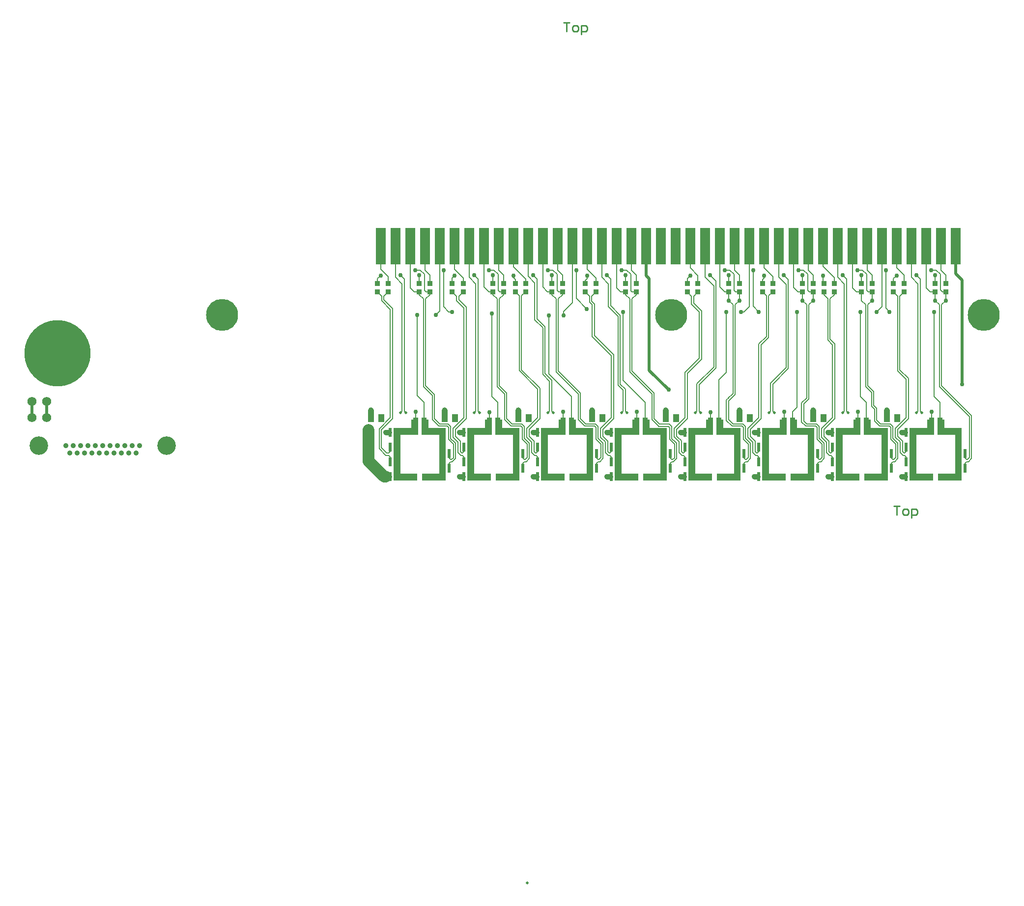
<source format=gtl>
G04 Layer_Physical_Order=1*
G04 Layer_Color=255*
%FSLAX25Y25*%
%MOIN*%
G70*
G01*
G75*
%ADD10R,0.03800X0.03200*%
%ADD11R,0.03850X0.05200*%
%ADD12C,0.03850*%
%ADD13R,0.03850X0.05000*%
%ADD14R,0.03200X0.03800*%
%ADD15C,0.02000*%
%ADD16R,0.02000X0.06000*%
%ADD17R,0.07000X0.25000*%
%ADD18C,0.00500*%
%ADD19C,0.03700*%
%ADD20C,0.02000*%
%ADD21C,0.08000*%
%ADD22C,0.01000*%
%ADD23C,0.03500*%
%ADD24C,0.45000*%
%ADD25C,0.06200*%
%ADD26C,0.21700*%
%ADD27C,0.12598*%
%ADD28C,0.03000*%
G36*
X402800Y45900D02*
Y35700D01*
X390800D01*
Y9100D01*
X402259Y9100D01*
X402300Y9000D01*
Y4700D01*
X386300D01*
Y40300D01*
X398200D01*
Y46000D01*
X402700D01*
X402800Y45900D01*
D02*
G37*
G36*
X352800D02*
Y35700D01*
X340800D01*
Y9100D01*
X352259Y9100D01*
X352300Y9000D01*
Y4700D01*
X336300D01*
Y40300D01*
X348200D01*
Y46000D01*
X352700D01*
X352800Y45900D01*
D02*
G37*
G36*
X502800D02*
Y35700D01*
X490800D01*
Y9100D01*
X502259Y9100D01*
X502300Y9000D01*
Y4700D01*
X486300D01*
Y40300D01*
X498200D01*
Y46000D01*
X502700D01*
X502800Y45900D01*
D02*
G37*
G36*
X452800D02*
Y35700D01*
X440800D01*
Y9100D01*
X452259Y9100D01*
X452300Y9000D01*
Y4700D01*
X436300D01*
Y40300D01*
X448200D01*
Y46000D01*
X452700D01*
X452800Y45900D01*
D02*
G37*
G36*
X202800D02*
Y35700D01*
X190800D01*
Y9100D01*
X202259Y9100D01*
X202300Y9000D01*
Y4700D01*
X186300D01*
Y40300D01*
X198200D01*
Y46000D01*
X202700D01*
X202800Y45900D01*
D02*
G37*
G36*
X152800D02*
Y35700D01*
X140800D01*
Y9100D01*
X152259Y9100D01*
X152300Y9000D01*
Y4700D01*
X136300D01*
Y40300D01*
X148200D01*
Y46000D01*
X152700D01*
X152800Y45900D01*
D02*
G37*
G36*
X302800D02*
Y35700D01*
X290800D01*
Y9100D01*
X302259Y9100D01*
X302300Y9000D01*
Y4700D01*
X286300D01*
Y40300D01*
X298200D01*
Y46000D01*
X302700D01*
X302800Y45900D01*
D02*
G37*
G36*
X252800D02*
Y35700D01*
X240800D01*
Y9100D01*
X252259Y9100D01*
X252300Y9000D01*
Y4700D01*
X236300D01*
Y40300D01*
X248200D01*
Y46000D01*
X252700D01*
X252800Y45900D01*
D02*
G37*
G36*
X409800Y40300D02*
X421700D01*
Y4700D01*
X405700D01*
Y9000D01*
X405741Y9100D01*
X417200Y9100D01*
Y35700D01*
X405200D01*
Y45900D01*
X405300Y46000D01*
X409800D01*
Y40300D01*
D02*
G37*
G36*
X359800D02*
X371700D01*
Y4700D01*
X355700D01*
Y9000D01*
X355741Y9100D01*
X367200Y9100D01*
Y35700D01*
X355200D01*
Y45900D01*
X355300Y46000D01*
X359800D01*
Y40300D01*
D02*
G37*
G36*
X509800D02*
X521700D01*
Y4700D01*
X505700D01*
Y9000D01*
X505741Y9100D01*
X517200Y9100D01*
Y35700D01*
X505200D01*
Y45900D01*
X505300Y46000D01*
X509800D01*
Y40300D01*
D02*
G37*
G36*
X459800D02*
X471700D01*
Y4700D01*
X455700D01*
Y9000D01*
X455741Y9100D01*
X467200Y9100D01*
Y35700D01*
X455200D01*
Y45900D01*
X455300Y46000D01*
X459800D01*
Y40300D01*
D02*
G37*
G36*
X209800D02*
X221700D01*
Y4700D01*
X205700D01*
Y9000D01*
X205741Y9100D01*
X217200Y9100D01*
Y35700D01*
X205200D01*
Y45900D01*
X205300Y46000D01*
X209800D01*
Y40300D01*
D02*
G37*
G36*
X159800D02*
X171700D01*
Y4700D01*
X155700D01*
Y9000D01*
X155742Y9100D01*
X167200Y9100D01*
Y35700D01*
X155200D01*
Y45900D01*
X155300Y46000D01*
X159800D01*
Y40300D01*
D02*
G37*
G36*
X309800D02*
X321700D01*
Y4700D01*
X305700D01*
Y9000D01*
X305741Y9100D01*
X317200Y9100D01*
Y35700D01*
X305200D01*
Y45900D01*
X305300Y46000D01*
X309800D01*
Y40300D01*
D02*
G37*
G36*
X259800D02*
X271700D01*
Y4700D01*
X255700D01*
Y9000D01*
X255741Y9100D01*
X267200Y9100D01*
Y35700D01*
X255200D01*
Y45900D01*
X255300Y46000D01*
X259800D01*
Y40300D01*
D02*
G37*
D10*
X293600Y132500D02*
D03*
X300900D02*
D03*
X243600D02*
D03*
X250900D02*
D03*
X203600D02*
D03*
X210900D02*
D03*
X482494D02*
D03*
Y138100D02*
D03*
X160900Y132500D02*
D03*
Y138100D02*
D03*
X210900D02*
D03*
X203600D02*
D03*
X510900Y132500D02*
D03*
Y138100D02*
D03*
X503600D02*
D03*
Y132500D02*
D03*
X243600Y138100D02*
D03*
X250900D02*
D03*
X293600D02*
D03*
X300900D02*
D03*
X363600D02*
D03*
Y132500D02*
D03*
X370900D02*
D03*
Y138100D02*
D03*
X413600D02*
D03*
Y132500D02*
D03*
X420900D02*
D03*
Y138100D02*
D03*
X453600D02*
D03*
Y132500D02*
D03*
X460900D02*
D03*
Y138100D02*
D03*
X125322Y132500D02*
D03*
Y138100D02*
D03*
X175955Y132500D02*
D03*
Y138100D02*
D03*
X218820Y132500D02*
D03*
Y138100D02*
D03*
X266249Y132500D02*
D03*
Y138100D02*
D03*
X335502Y132500D02*
D03*
Y138100D02*
D03*
X386484Y132500D02*
D03*
Y138100D02*
D03*
X428148Y132500D02*
D03*
Y138100D02*
D03*
X475316Y132500D02*
D03*
Y138100D02*
D03*
X132500Y132500D02*
D03*
Y138100D02*
D03*
X183445Y132500D02*
D03*
Y138100D02*
D03*
X225809Y132500D02*
D03*
Y138100D02*
D03*
X273488Y132500D02*
D03*
Y138100D02*
D03*
X342741Y132500D02*
D03*
Y138100D02*
D03*
X393472Y132500D02*
D03*
Y138100D02*
D03*
X435155Y132500D02*
D03*
Y138100D02*
D03*
X153600D02*
D03*
Y132500D02*
D03*
D11*
X427962Y46928D02*
D03*
X420962D02*
D03*
X370962D02*
D03*
X377962D02*
D03*
X328000Y47000D02*
D03*
X321000D02*
D03*
X271000Y46965D02*
D03*
X278000D02*
D03*
X227962Y46928D02*
D03*
X220962D02*
D03*
X171000Y46965D02*
D03*
X178000D02*
D03*
X127962Y46928D02*
D03*
X120962D02*
D03*
X471000Y46965D02*
D03*
X478000D02*
D03*
D12*
X420992Y52219D02*
D03*
X370992D02*
D03*
X321030Y52292D02*
D03*
X271030Y52257D02*
D03*
X220992Y52219D02*
D03*
X171030Y52257D02*
D03*
X120992Y52219D02*
D03*
X471030Y52257D02*
D03*
D13*
X420958Y49518D02*
D03*
X370958D02*
D03*
X320996Y49591D02*
D03*
X270996Y49556D02*
D03*
X220958Y49518D02*
D03*
X170996Y49556D02*
D03*
X120958Y49518D02*
D03*
X470996Y49556D02*
D03*
D14*
X501200Y45500D02*
D03*
X506800D02*
D03*
X251200D02*
D03*
X256800D02*
D03*
X301200D02*
D03*
X306800D02*
D03*
X351200D02*
D03*
X356800D02*
D03*
X401200D02*
D03*
X406800D02*
D03*
X451200D02*
D03*
X456800D02*
D03*
X151200D02*
D03*
X156800D02*
D03*
X207500Y38000D02*
D03*
X200500D02*
D03*
X300500D02*
D03*
X307500D02*
D03*
X357500D02*
D03*
X350500D02*
D03*
X400500D02*
D03*
X407500D02*
D03*
X457500D02*
D03*
X450500D02*
D03*
X500500D02*
D03*
X507500D02*
D03*
X257500D02*
D03*
X250500D02*
D03*
X201200Y45500D02*
D03*
X206800D02*
D03*
X150500Y38000D02*
D03*
X157500D02*
D03*
D15*
X226891Y-268458D02*
D03*
X420962Y46928D02*
D03*
X370962D02*
D03*
X321000Y47000D02*
D03*
X271000Y46965D02*
D03*
X220962Y46928D02*
D03*
X171000Y46965D02*
D03*
X120962Y46928D02*
D03*
X144500Y50600D02*
D03*
X194500D02*
D03*
X244500D02*
D03*
X294500Y50635D02*
D03*
X341000D02*
D03*
X344500D02*
D03*
X394500Y50600D02*
D03*
X441000Y50635D02*
D03*
X444500D02*
D03*
X491000D02*
D03*
X494500D02*
D03*
X141000Y50600D02*
D03*
X291000Y50635D02*
D03*
X191000Y50600D02*
D03*
X241000D02*
D03*
X391000D02*
D03*
X471000Y46965D02*
D03*
D16*
X184000Y37401D02*
D03*
X224000Y13000D02*
D03*
Y23000D02*
D03*
X184000Y27401D02*
D03*
Y17401D02*
D03*
Y7401D02*
D03*
X284000D02*
D03*
Y17401D02*
D03*
Y27401D02*
D03*
X324000Y23000D02*
D03*
Y13000D02*
D03*
X284000Y37401D02*
D03*
X334000D02*
D03*
X374000Y13000D02*
D03*
Y23000D02*
D03*
X334000Y27401D02*
D03*
Y17401D02*
D03*
Y7401D02*
D03*
X384000D02*
D03*
Y17401D02*
D03*
Y27401D02*
D03*
X424000Y23000D02*
D03*
Y13000D02*
D03*
X384000Y37401D02*
D03*
X434000D02*
D03*
X474000Y13000D02*
D03*
Y23000D02*
D03*
X434000Y27401D02*
D03*
Y17401D02*
D03*
Y7401D02*
D03*
X484000D02*
D03*
Y17401D02*
D03*
Y27401D02*
D03*
X524000Y23000D02*
D03*
Y13000D02*
D03*
X484000Y37401D02*
D03*
X234000D02*
D03*
X274000Y13000D02*
D03*
Y23000D02*
D03*
X234000Y27401D02*
D03*
Y17401D02*
D03*
Y7401D02*
D03*
X134000D02*
D03*
Y17401D02*
D03*
Y27401D02*
D03*
X174000Y23000D02*
D03*
Y13000D02*
D03*
X134000Y37401D02*
D03*
D17*
X517500Y163500D02*
D03*
X507500D02*
D03*
X497500D02*
D03*
X487500D02*
D03*
X477500D02*
D03*
X467500D02*
D03*
X457500D02*
D03*
X447500D02*
D03*
X437500D02*
D03*
X427500D02*
D03*
X417500D02*
D03*
X407500D02*
D03*
X397500D02*
D03*
X387500D02*
D03*
X377500D02*
D03*
X367500D02*
D03*
X357500D02*
D03*
X347500D02*
D03*
X337500D02*
D03*
X327500D02*
D03*
X317500D02*
D03*
X307500D02*
D03*
X297500D02*
D03*
X287500D02*
D03*
X277500D02*
D03*
X267500D02*
D03*
X257500D02*
D03*
X247500D02*
D03*
X237500D02*
D03*
X227500D02*
D03*
X217500D02*
D03*
X207500D02*
D03*
X197500D02*
D03*
X187500D02*
D03*
X177500D02*
D03*
X167500D02*
D03*
X157500D02*
D03*
X137500D02*
D03*
X127500D02*
D03*
X147500D02*
D03*
D18*
X334038Y24223D02*
Y27473D01*
X351200Y45500D02*
Y51100D01*
X351162Y45462D02*
Y51062D01*
X374038Y19788D02*
Y23038D01*
X284038Y24188D02*
Y27438D01*
X274038Y19822D02*
Y23072D01*
X400900Y143900D02*
X404000Y140800D01*
X201162Y45462D02*
Y51062D01*
X224038Y22000D02*
Y23038D01*
X224000Y22000D02*
X224038D01*
X524038Y19788D02*
Y23038D01*
X350900Y143900D02*
X355000Y139800D01*
X484038Y24188D02*
Y27438D01*
X474038Y19788D02*
Y23038D01*
X424038Y19788D02*
Y23038D01*
X325005Y33064D02*
Y41171D01*
X323305Y42871D02*
X325005Y41171D01*
X327558Y30511D02*
Y30511D01*
X325005Y33064D02*
X327558Y30511D01*
X312962Y46462D02*
Y63980D01*
X300900Y130650D02*
Y132500D01*
X316554Y42871D02*
X323305D01*
X312962Y46462D02*
X316554Y42871D01*
X328264Y19440D02*
Y29805D01*
X327558Y30511D02*
X328264Y29805D01*
X326075Y17250D02*
X328264Y19440D01*
X325000Y17250D02*
X326075D01*
X324000Y13000D02*
Y16250D01*
X325000Y17250D01*
X294300Y147400D02*
X297200Y144500D01*
X291000Y147400D02*
X294300D01*
X297910Y132500D02*
X300900D01*
X298000Y78943D02*
X312962Y63980D01*
X298000Y127750D02*
X300900Y130650D01*
X297200Y133210D02*
X297910Y132500D01*
X297200Y133210D02*
Y144500D01*
X298000Y78943D02*
Y127750D01*
X323505Y32443D02*
X326764Y29184D01*
X322684Y41371D02*
X323505Y40550D01*
X315932Y41371D02*
X322684D01*
X311462Y45841D02*
X315841Y41462D01*
X323505Y32443D02*
Y40550D01*
X326764Y20061D02*
Y29184D01*
X325454Y18750D02*
X326764Y20061D01*
X325000Y18750D02*
X325454D01*
X324000Y19750D02*
Y23000D01*
Y19750D02*
X325000Y18750D01*
X290255Y132500D02*
X293600D01*
X287500Y135255D02*
Y163500D01*
Y135255D02*
X290255Y132500D01*
X296500Y78321D02*
X311462Y63359D01*
X296500Y78321D02*
Y127750D01*
X311462Y45841D02*
Y63359D01*
X293600Y130650D02*
Y132500D01*
Y130650D02*
X296500Y127750D01*
X275043Y33137D02*
Y41243D01*
X273343Y42943D02*
X275043Y41243D01*
X277596Y30584D02*
Y30584D01*
X275043Y33137D02*
X277596Y30584D01*
X262974Y46526D02*
Y63969D01*
X250900Y130650D02*
Y132500D01*
X266591Y42943D02*
X273343D01*
X263000Y46535D02*
X266591Y42943D01*
X278302Y19512D02*
Y29877D01*
X277596Y30584D02*
X278302Y29877D01*
X276113Y17322D02*
X278302Y19512D01*
X275038Y17322D02*
X276113D01*
X274038Y13072D02*
Y16322D01*
X275038Y17322D01*
X244300Y147400D02*
X247200Y144500D01*
X241000Y147400D02*
X244300D01*
X248411Y132500D02*
X250900D01*
X248000Y78943D02*
X262974Y63969D01*
X248000Y127750D02*
X250900Y130650D01*
X247200Y133711D02*
X248411Y132500D01*
X247200Y133711D02*
Y144500D01*
X248000Y78943D02*
Y127750D01*
X273543Y32515D02*
X276802Y29256D01*
X272722Y41443D02*
X273543Y40622D01*
X265970Y41443D02*
X272722D01*
X261500Y45913D02*
X265879Y41535D01*
X273543Y32515D02*
Y40622D01*
X276802Y20133D02*
Y29256D01*
X275491Y18822D02*
X276802Y20133D01*
X275038Y18822D02*
X275491D01*
X274038Y19822D02*
X275038Y18822D01*
X240744Y132500D02*
X243600D01*
X237500Y135744D02*
Y163500D01*
Y135744D02*
X240744Y132500D01*
X246500Y78321D02*
X261474Y63348D01*
X246500Y78321D02*
Y127750D01*
X261474Y45905D02*
Y63348D01*
X243600Y130650D02*
Y132500D01*
Y130650D02*
X246500Y127750D01*
X225043Y33102D02*
Y41209D01*
X223343Y42909D02*
X225043Y41209D01*
X227596Y30549D02*
Y30549D01*
X225043Y33102D02*
X227596Y30549D01*
X213000Y46500D02*
Y63943D01*
X210900Y130650D02*
Y132500D01*
X216591Y42909D02*
X223343D01*
X213000Y46500D02*
X216591Y42909D01*
X228302Y19477D02*
Y29842D01*
X227596Y30549D02*
X228302Y29842D01*
X226113Y17288D02*
X228302Y19477D01*
X225038Y17288D02*
X226113D01*
X224038Y13038D02*
Y16288D01*
X225038Y17288D01*
X204300Y147400D02*
X207200Y144500D01*
X201000Y147400D02*
X204300D01*
X208252Y132500D02*
X210900D01*
X208000Y68943D02*
X213000Y63943D01*
X208000Y127750D02*
X210900Y130650D01*
X207200Y133552D02*
X208252Y132500D01*
X207200Y133552D02*
Y144500D01*
X208000Y68943D02*
Y127750D01*
X223543Y32480D02*
X226802Y29221D01*
X222722Y41409D02*
X223543Y40587D01*
X215970Y41409D02*
X222722D01*
X223543Y32480D02*
Y40587D01*
X226802Y20099D02*
Y29221D01*
X225491Y18788D02*
X226802Y20099D01*
X225038Y18788D02*
X225491D01*
X224038Y19788D02*
Y22000D01*
Y19788D02*
X225038Y18788D01*
X200856Y132500D02*
X203600D01*
Y130650D02*
Y132500D01*
X197500Y135856D02*
Y163500D01*
Y135856D02*
X200856Y132500D01*
X211500Y45879D02*
Y63321D01*
X206500Y68321D02*
X211500Y63321D01*
Y45879D02*
X215879Y41500D01*
X203600Y130650D02*
X206500Y127750D01*
Y68321D02*
Y127750D01*
X150355Y132500D02*
X153600D01*
X147500Y135355D02*
Y163500D01*
Y135355D02*
X150355Y132500D01*
X173505Y32443D02*
X176765Y29184D01*
X172555Y41500D02*
X173505Y40550D01*
X166879Y41500D02*
X172555D01*
X162500Y45879D02*
Y62321D01*
X173505Y32443D02*
Y40550D01*
X176765Y20061D02*
Y29184D01*
X175454Y18750D02*
X176765Y20061D01*
X175000Y18750D02*
X175454D01*
X174000Y19750D02*
Y23000D01*
Y19750D02*
X175000Y18750D01*
X156500Y68321D02*
X162500Y62321D01*
Y45879D02*
X166879Y41500D01*
X154300Y147400D02*
X157200Y144500D01*
Y133475D02*
Y144500D01*
X151000Y147400D02*
X154300D01*
X158175Y132500D02*
X160900D01*
X157200Y133475D02*
X158175Y132500D01*
X175005Y33064D02*
Y41171D01*
X173176Y43000D02*
X175005Y41171D01*
X177558Y30511D02*
Y30511D01*
X175005Y33064D02*
X177558Y30511D01*
X164000Y46500D02*
Y62943D01*
X167500Y43000D02*
X173176D01*
X164000Y46500D02*
X167500Y43000D01*
X178264Y19440D02*
Y29805D01*
X177558Y30511D02*
X178264Y29805D01*
X176075Y17250D02*
X178264Y19440D01*
X175000Y17250D02*
X176075D01*
X174000Y13000D02*
Y16250D01*
X175000Y17250D01*
X158000Y68943D02*
X164000Y62943D01*
X153600Y130650D02*
Y132500D01*
Y130650D02*
X156500Y127750D01*
Y68321D02*
Y127750D01*
X160900Y130650D02*
Y132500D01*
X158000Y127750D02*
X160900Y130650D01*
X158000Y68943D02*
Y127750D01*
X485535Y46511D02*
Y73794D01*
X481518Y24303D02*
Y31372D01*
X483038Y23188D02*
X484038Y24188D01*
X482633Y23188D02*
X483038D01*
X481518Y24303D02*
X482633Y23188D01*
X479655Y79673D02*
X485535Y73794D01*
X479655Y129661D02*
X482494Y132500D01*
X479655Y79673D02*
Y129661D01*
X478201Y39177D02*
X485535Y46511D01*
X478201Y34690D02*
X481518Y31372D01*
X478201Y34690D02*
Y39177D01*
X484035Y47132D02*
Y73172D01*
X482011Y21688D02*
X483038D01*
X480018Y23681D02*
Y30751D01*
Y23681D02*
X482011Y21688D01*
X484038Y17438D02*
Y20688D01*
X483038Y21688D02*
X484038Y20688D01*
X478155Y79052D02*
Y129661D01*
Y79052D02*
X484035Y73172D01*
X475316Y132500D02*
X478155Y129661D01*
X476701Y39798D02*
X484035Y47132D01*
X476701Y34068D02*
X480018Y30751D01*
X476701Y34068D02*
Y39798D01*
X435535Y46511D02*
Y97351D01*
X435155Y130500D02*
Y132500D01*
X432402Y100484D02*
Y127746D01*
X434000Y24151D02*
Y27401D01*
X433000Y23151D02*
X434000Y24151D01*
X432595Y23151D02*
X433000D01*
X432402Y100484D02*
X435535Y97351D01*
X428163Y39139D02*
X435535Y46511D01*
X432402Y127746D02*
X435155Y130500D01*
X428163Y34652D02*
Y39139D01*
X431481Y24265D02*
Y31334D01*
Y24265D02*
X432595Y23151D01*
X428163Y34652D02*
X431481Y31334D01*
X430902Y99862D02*
X434035Y96729D01*
Y47132D02*
Y96729D01*
X430902Y99862D02*
Y127746D01*
X429981Y23644D02*
Y30713D01*
X434000Y17401D02*
Y20651D01*
X431974Y21651D02*
X433000D01*
X434000Y20651D01*
X428148Y130500D02*
X430902Y127746D01*
X426663Y39761D02*
X434035Y47132D01*
X428148Y130500D02*
Y132500D01*
X426663Y34031D02*
X429981Y30713D01*
Y23644D02*
X431974Y21651D01*
X426663Y34031D02*
Y39761D01*
X389228Y102326D02*
Y129756D01*
X384035Y97133D02*
X389228Y102326D01*
X386484Y132500D02*
X389228Y129756D01*
X384035Y47132D02*
Y97133D01*
X384000Y17401D02*
Y20651D01*
X376663Y39761D02*
X384035Y47132D01*
X376663Y34031D02*
X379980Y30713D01*
X376663Y34031D02*
Y39761D01*
X379980Y23644D02*
Y30713D01*
X381974Y21651D02*
X383000D01*
X384000Y20651D01*
X379980Y23644D02*
X381974Y21651D01*
X390728Y129756D02*
X393472Y132500D01*
X390728Y101705D02*
Y129756D01*
X385535Y96512D02*
X390728Y101705D01*
X385535Y46511D02*
Y96512D01*
X384000Y24151D02*
Y27401D01*
X378163Y39139D02*
X385535Y46511D01*
X378163Y34652D02*
X381481Y31334D01*
X378163Y34652D02*
Y39139D01*
X381481Y24265D02*
Y31334D01*
X383000Y23151D02*
X384000Y24151D01*
X382595Y23151D02*
X383000D01*
X381481Y24265D02*
X382595Y23151D01*
X392000Y51600D02*
Y70621D01*
X391000Y50600D02*
X392000Y51600D01*
X393500D02*
X394500Y50600D01*
X393500Y51600D02*
Y70000D01*
X338371Y124358D02*
Y129631D01*
Y124358D02*
X343700Y119029D01*
X335502Y132500D02*
X338371Y129631D01*
X343700Y87421D02*
Y119029D01*
X334035Y77756D02*
X343700Y87421D01*
X334035Y47167D02*
Y77756D01*
X334038Y17473D02*
Y20723D01*
X326701Y39833D02*
X334035Y47167D01*
X326701Y34103D02*
X330018Y30786D01*
X326701Y34103D02*
Y39833D01*
X330018Y23716D02*
Y30786D01*
X333038Y21723D02*
X334038Y20723D01*
X330018Y23716D02*
X332011Y21723D01*
X333038D01*
X339871Y124979D02*
X345200Y119651D01*
X339871Y129631D02*
X342741Y132500D01*
X339871Y124979D02*
Y129631D01*
X345200Y86800D02*
Y119651D01*
X335535Y77135D02*
X345200Y86800D01*
X335535Y46546D02*
Y77135D01*
X328201Y39212D02*
X335535Y46546D01*
X328201Y34724D02*
Y39212D01*
Y34724D02*
X331518Y31407D01*
X333038Y23223D02*
X334038Y24223D01*
X332633Y23223D02*
X333038D01*
X331518Y24337D02*
Y31407D01*
Y24337D02*
X332633Y23223D01*
X284072Y47170D02*
Y89228D01*
X276701Y39798D02*
X284072Y47170D01*
X282011Y21688D02*
X283038D01*
X276701Y34068D02*
X280018Y30751D01*
Y23681D02*
Y30751D01*
X284038Y17438D02*
Y20688D01*
X280018Y23681D02*
X282011Y21688D01*
X283038D02*
X284038Y20688D01*
X269119Y125645D02*
X271011Y123753D01*
X269119Y125645D02*
Y129631D01*
X271011Y115249D02*
Y123753D01*
X266249Y132500D02*
X269119Y129631D01*
X271000Y102300D02*
X284072Y89228D01*
X276701Y34068D02*
Y39798D01*
X271000Y115237D02*
X271011Y115249D01*
X271000Y102300D02*
Y115237D01*
X285572Y46549D02*
Y89849D01*
X278201Y39177D02*
X285572Y46549D01*
X278201Y34690D02*
Y39177D01*
Y34690D02*
X281518Y31372D01*
X283038Y23188D02*
X284038Y24188D01*
X282633Y23188D02*
X283038D01*
X281518Y24303D02*
Y31372D01*
Y24303D02*
X282633Y23188D01*
X270619Y129631D02*
X273488Y132500D01*
X272511Y114627D02*
Y124374D01*
X270619Y126267D02*
Y129631D01*
Y126267D02*
X272511Y124374D01*
X272500Y114616D02*
X272511Y114627D01*
X272500Y102921D02*
X285572Y89849D01*
X272500Y114616D02*
Y115237D01*
Y102921D02*
Y114616D01*
X234035Y47132D02*
Y66642D01*
X231974Y21651D02*
X233000D01*
X229980Y23644D02*
Y30713D01*
Y23644D02*
X231974Y21651D01*
X234000Y17401D02*
Y20651D01*
X233000Y21651D02*
X234000Y20651D01*
X221564Y79112D02*
Y129756D01*
Y79112D02*
X234035Y66642D01*
X218820Y132500D02*
X221564Y129756D01*
X226663Y39761D02*
X234035Y47132D01*
X226663Y34031D02*
X229980Y30713D01*
X226663Y34031D02*
Y39761D01*
X235535Y46511D02*
Y67263D01*
X231481Y24265D02*
Y31334D01*
X234000Y24151D02*
Y27401D01*
X233000Y23151D02*
X234000Y24151D01*
X232595Y23151D02*
X233000D01*
X231481Y24265D02*
X232595Y23151D01*
X223064Y79733D02*
X235535Y67263D01*
X223064Y129756D02*
X225809Y132500D01*
X223064Y79733D02*
Y129756D01*
X228163Y39139D02*
X235535Y46511D01*
X228163Y34652D02*
X231481Y31334D01*
X228163Y34652D02*
Y39139D01*
X184035Y47132D02*
Y121527D01*
X181974Y21651D02*
X183000D01*
X179981Y23644D02*
Y30713D01*
Y23644D02*
X181974Y21651D01*
X184000Y17401D02*
Y20651D01*
X183000Y21651D02*
X184000Y20651D01*
X178950Y126612D02*
Y129505D01*
Y126612D02*
X184035Y121527D01*
X175955Y132500D02*
X178950Y129505D01*
X176663Y39761D02*
X184035Y47132D01*
X176663Y34031D02*
X179981Y30713D01*
X176663Y34031D02*
Y39761D01*
X185535Y46511D02*
Y122148D01*
X184000Y24151D02*
Y27401D01*
X183000Y23151D02*
X184000Y24151D01*
X182595Y23151D02*
X183000D01*
X181481Y24265D02*
X182595Y23151D01*
X180450Y127233D02*
X185535Y122148D01*
X178163Y39139D02*
X185535Y46511D01*
X180450Y129506D02*
X183445Y132500D01*
X180450Y127233D02*
Y129506D01*
X178163Y34652D02*
X181481Y31334D01*
Y24265D02*
Y31334D01*
X178163Y34652D02*
Y39139D01*
X134035Y47140D02*
Y120694D01*
X131028Y21651D02*
X133000D01*
X128161Y126568D02*
Y129661D01*
X134000Y17401D02*
Y20651D01*
X133000Y21651D02*
X134000Y20651D01*
X125322Y132500D02*
X128161Y129661D01*
Y126568D02*
X134035Y120694D01*
X126482Y26196D02*
X131028Y21651D01*
X135535Y46518D02*
Y121316D01*
X134000Y24151D02*
Y27401D01*
X133000Y23151D02*
X134000Y24151D01*
X131649Y23151D02*
X133000D01*
X129661Y129661D02*
X132500Y132500D01*
X129661Y127189D02*
X135535Y121316D01*
X129661Y127189D02*
Y129661D01*
X127982Y26817D02*
X131649Y23151D01*
X508471Y132500D02*
X510900D01*
Y126700D02*
Y132500D01*
X501000Y147400D02*
X504300D01*
X508000Y123800D02*
X510900Y126700D01*
X507200Y133771D02*
X508471Y132500D01*
X507200Y133771D02*
Y144500D01*
X504300Y147400D02*
X507200Y144500D01*
X508000Y68943D02*
Y123800D01*
X526113Y17288D02*
X528302Y19477D01*
X525038Y17288D02*
X526113D01*
X524038Y13038D02*
Y16288D01*
X525038Y17288D01*
X500285Y132500D02*
X503600D01*
X497500Y135285D02*
Y163500D01*
Y135285D02*
X500285Y132500D01*
X503600Y126700D02*
X506500Y123800D01*
Y68321D02*
Y123800D01*
X503600Y126700D02*
Y132500D01*
X525491Y18788D02*
X526802Y20099D01*
X525038Y18788D02*
X525491D01*
X524038Y19788D02*
X525038Y18788D01*
X508000Y68943D02*
X528302Y48640D01*
Y19477D02*
Y48640D01*
X506500Y68321D02*
X526802Y48019D01*
Y20099D02*
Y48019D01*
X462000Y55586D02*
X464062Y53524D01*
X460500Y54965D02*
X462562Y52903D01*
X460500Y54965D02*
X460500Y54965D01*
X462000Y55586D02*
Y64943D01*
X451000Y147400D02*
X454300D01*
X457200Y144500D01*
X458124Y132500D02*
X460900D01*
X457200Y133424D02*
Y144500D01*
X458000Y68943D02*
X462000Y64943D01*
X460900Y126700D02*
Y132500D01*
X457200Y133424D02*
X458124Y132500D01*
X458000Y68943D02*
Y123800D01*
X460900Y126700D01*
X466591Y42909D02*
X473343D01*
X475043Y41209D01*
X464062Y45438D02*
X466591Y42909D01*
X477596Y30549D02*
Y30549D01*
X475043Y33102D02*
Y41209D01*
X464062Y45438D02*
Y53524D01*
X477596Y30549D02*
X478302Y29842D01*
X475043Y33102D02*
X477596Y30549D01*
X478302Y19477D02*
Y29842D01*
X476113Y17288D02*
X478302Y19477D01*
X475038Y17288D02*
X476113D01*
X474038Y16288D02*
X475038Y17288D01*
X474038Y13038D02*
Y16288D01*
X473543Y32480D02*
Y40587D01*
X472722Y41409D02*
X473543Y40587D01*
Y32480D02*
X476802Y29221D01*
X462562Y44816D02*
X465879Y41500D01*
X462562Y44816D02*
Y52903D01*
X465970Y41409D02*
X472722D01*
X476802Y20099D02*
Y29221D01*
X475491Y18788D02*
X476802Y20099D01*
X475038Y18788D02*
X475491D01*
X474038Y19788D02*
X475038Y18788D01*
X450223Y132500D02*
X453600D01*
Y126700D02*
Y132500D01*
X447500Y135223D02*
Y163500D01*
Y135223D02*
X450223Y132500D01*
X460500Y54965D02*
Y64321D01*
X456500Y68321D02*
X460500Y64321D01*
X453600Y126700D02*
X456500Y123800D01*
Y68321D02*
Y123800D01*
X413000Y44379D02*
Y57121D01*
X414500Y45000D02*
Y56500D01*
X415970Y41409D02*
X422722D01*
X423543Y40587D01*
X416591Y42909D02*
X423343D01*
X425043Y41209D01*
X414500Y45000D02*
X416591Y42909D01*
X413000Y44379D02*
X415879Y41500D01*
X361981Y59102D02*
X363439Y60561D01*
X361981Y45398D02*
Y59102D01*
X363480Y46020D02*
Y58481D01*
X366500Y63621D02*
Y123800D01*
X363600Y126700D02*
X366500Y123800D01*
X360827Y132500D02*
X363600D01*
Y126700D02*
Y132500D01*
X357500Y135827D02*
Y163500D01*
Y135827D02*
X360827Y132500D01*
X363000Y60121D02*
X366500Y63621D01*
X373543Y32480D02*
Y40587D01*
X372722Y41409D02*
X373543Y40587D01*
Y32480D02*
X376802Y29221D01*
X365970Y41409D02*
X372722D01*
X376802Y20099D02*
Y29221D01*
X375491Y18788D02*
X376802Y20099D01*
X375038Y18788D02*
X375491D01*
X374038Y19788D02*
X375038Y18788D01*
X361981Y45398D02*
X365879Y41500D01*
X368293Y132500D02*
X370900D01*
Y126700D02*
Y132500D01*
X368000Y123800D02*
X370900Y126700D01*
X364300Y147400D02*
X367200Y144500D01*
Y133593D02*
Y144500D01*
X361000Y147400D02*
X364300D01*
X368000Y63000D02*
Y123800D01*
X367200Y133593D02*
X368293Y132500D01*
X363480Y58481D02*
X368000Y63000D01*
X373343Y42909D02*
X375043Y41209D01*
Y33102D02*
X377596Y30549D01*
X375043Y33102D02*
Y41209D01*
X377596Y30549D02*
X378302Y29842D01*
X377596Y30549D02*
Y30549D01*
X378302Y19477D02*
Y29842D01*
X376113Y17288D02*
X378302Y19477D01*
X375038Y17288D02*
X376113D01*
X374038Y16288D02*
X375038Y17288D01*
X374038Y13038D02*
Y16288D01*
X366591Y42909D02*
X373343D01*
X363480Y46020D02*
X366591Y42909D01*
X424038Y19788D02*
X425038Y18788D01*
X425491D01*
X426802Y20099D01*
Y29221D01*
X423543Y32480D02*
X426802Y29221D01*
X423543Y32480D02*
Y40587D01*
X424038Y13038D02*
Y16288D01*
X425038Y17288D01*
X426113D01*
X428302Y19477D01*
Y29842D01*
X425043Y33102D02*
X427596Y30549D01*
X428302Y29842D01*
X425043Y33102D02*
Y41209D01*
X427596Y30549D02*
Y30549D01*
X151200Y45500D02*
Y51100D01*
X250500Y38000D02*
X251200Y38700D01*
X150500Y38000D02*
X151200Y38700D01*
X156800D02*
X157500Y38000D01*
X151200Y38700D02*
Y45500D01*
X156800Y38700D02*
Y45500D01*
X418171Y132500D02*
X420900D01*
X417200Y133471D02*
X418171Y132500D01*
X417200Y133471D02*
Y144500D01*
X410568Y132500D02*
X413600D01*
X407500Y135568D02*
X410568Y132500D01*
X407500Y135568D02*
Y163500D01*
X482494Y138100D02*
Y143831D01*
X477500Y148826D02*
X482494Y143831D01*
X477500Y148826D02*
Y163500D01*
X475316Y138100D02*
Y141416D01*
X477500Y143600D01*
X435155Y138100D02*
Y142246D01*
X427500Y149902D02*
X435155Y142246D01*
X427500Y149902D02*
Y163500D01*
Y138749D02*
X428148Y138100D01*
X427500Y138749D02*
Y143600D01*
X393472Y138100D02*
Y142921D01*
X387500Y148893D02*
X393472Y142921D01*
X387500Y148893D02*
Y163500D01*
X386484Y138100D02*
Y140747D01*
X387500Y141763D01*
Y143600D01*
X342741Y138100D02*
Y143586D01*
X337500Y148827D02*
X342741Y143586D01*
X337500Y148827D02*
Y163500D01*
X335502Y138100D02*
Y141602D01*
X337500Y143600D01*
X273488Y138100D02*
Y141912D01*
X267500Y147900D02*
X273488Y141912D01*
X225809Y138100D02*
Y141122D01*
X217500Y149431D02*
X225809Y141122D01*
X217500Y149431D02*
Y163500D01*
X218820Y138100D02*
Y140815D01*
X217500Y142135D02*
X218820Y140815D01*
X217500Y142135D02*
Y143600D01*
X177500Y147900D02*
X183445Y141955D01*
Y138100D02*
Y141955D01*
X175955Y142055D02*
X177500Y143600D01*
X175955Y138100D02*
Y142055D01*
X132500Y138100D02*
Y142900D01*
X125322Y141422D02*
X127500Y143600D01*
X125322Y138100D02*
Y141422D01*
X232000Y113731D02*
Y138613D01*
X227500Y143113D02*
X232000Y138613D01*
X227500Y143113D02*
Y163500D01*
X491000Y143900D02*
X493500Y141400D01*
Y51635D02*
Y141400D01*
Y51635D02*
X494500Y50635D01*
X492000Y51635D02*
Y138000D01*
X487500Y142500D02*
X492000Y138000D01*
X487500Y142500D02*
Y163500D01*
X491000Y50635D02*
X492000Y51635D01*
X441000Y143900D02*
X443500Y141400D01*
Y51635D02*
Y141400D01*
Y51635D02*
X444500Y50635D01*
X442000Y51635D02*
Y138000D01*
X437500Y142500D02*
X442000Y138000D01*
X437500Y142500D02*
Y163500D01*
X441000Y50635D02*
X442000Y51635D01*
X404000Y80500D02*
Y140800D01*
X401000Y143900D02*
X403500Y141400D01*
X393500Y70000D02*
X404000Y80500D01*
X355000Y81000D02*
Y139800D01*
X351000Y143900D02*
X353500Y141400D01*
X343500Y69500D02*
X355000Y81000D01*
X353500Y81621D02*
Y136500D01*
X347500Y142500D02*
X353500Y136500D01*
X342000Y70121D02*
X353500Y81621D01*
X347500Y142500D02*
Y163500D01*
X342000Y51635D02*
Y70121D01*
X343500Y51635D02*
Y69500D01*
Y51635D02*
X344500Y50635D01*
X341000D02*
X342000Y51635D01*
X293500D02*
Y66564D01*
X290061Y70003D02*
X293500Y66564D01*
X283500Y123156D02*
X290061Y116595D01*
X283500Y123156D02*
Y141400D01*
X290061Y70003D02*
Y116595D01*
X281000Y143900D02*
X283500Y141400D01*
X293500Y51635D02*
X294500Y50635D01*
X243500Y51600D02*
Y72621D01*
X239000Y77121D02*
X243500Y72621D01*
X231000Y143900D02*
X233500Y141400D01*
X243500Y51600D02*
X244500Y50600D01*
X191000Y143900D02*
X193500Y141400D01*
Y51600D02*
X194500Y50600D01*
X193500Y51600D02*
Y141400D01*
X141000Y143900D02*
X143500Y141400D01*
Y51600D02*
Y141400D01*
Y51600D02*
X144500Y50600D01*
X362000Y78000D02*
Y119068D01*
X356800Y72800D02*
X362000Y78000D01*
X356800Y45500D02*
Y72800D01*
X416500Y60621D02*
Y123800D01*
X418000Y60000D02*
Y123800D01*
X413600Y126700D02*
X416500Y123800D01*
X413600Y126700D02*
Y132500D01*
X420900Y126700D02*
Y132500D01*
X418000Y123800D02*
X420900Y126700D01*
X411000Y147400D02*
X414300D01*
X417200Y144500D01*
X413000Y57121D02*
X416500Y60621D01*
X414500Y56500D02*
X418000Y60000D01*
X501200Y38700D02*
Y45500D01*
X500500Y38000D02*
X501200Y38700D01*
X506800D02*
Y45500D01*
Y38700D02*
X507500Y38000D01*
X451200Y38700D02*
Y45500D01*
X450500Y38000D02*
X451200Y38700D01*
X456800D02*
Y45500D01*
Y38700D02*
X457500Y38000D01*
X401200Y38700D02*
Y45500D01*
X400500Y38000D02*
X401200Y38700D01*
X406800D02*
Y45500D01*
Y38700D02*
X407500Y38000D01*
X351200Y38700D02*
Y45500D01*
X350500Y38000D02*
X351200Y38700D01*
X356800D02*
Y45500D01*
Y38700D02*
X357500Y38000D01*
X306800Y38700D02*
Y45500D01*
Y38700D02*
X307500Y38000D01*
X256800Y38700D02*
Y45500D01*
Y38700D02*
X257500Y38000D01*
X206800Y38700D02*
Y45500D01*
Y38700D02*
X207500Y38000D01*
X292000Y72500D02*
Y119068D01*
Y72500D02*
X306800Y57700D01*
X410000Y54300D02*
Y119026D01*
X410041Y119068D01*
X380116Y122751D02*
X383800Y119068D01*
X380116Y122751D02*
Y147300D01*
X457500D02*
X460900Y143900D01*
X457500Y147300D02*
Y163500D01*
X460900Y138100D02*
Y143900D01*
X453600Y138100D02*
Y143900D01*
X417500Y147300D02*
X420900Y143900D01*
X417500Y147300D02*
Y163500D01*
X420900Y138100D02*
Y143900D01*
X413600Y138100D02*
Y143900D01*
X367500Y147300D02*
X370900Y143900D01*
X367500Y147300D02*
Y163500D01*
X370900Y138100D02*
Y143900D01*
X363600Y138100D02*
Y143900D01*
X297500Y147300D02*
X300900Y143900D01*
X297500Y147300D02*
Y163500D01*
X300900Y138100D02*
Y143900D01*
X293600Y138100D02*
Y143900D01*
X247500Y147300D02*
X250900Y143900D01*
X247500Y147300D02*
Y163500D01*
X250900Y138100D02*
Y143900D01*
X243600Y138100D02*
Y143900D01*
X503600Y138100D02*
Y143900D01*
X510900Y138100D02*
Y143900D01*
X507500Y147300D02*
Y163500D01*
Y147300D02*
X510900Y143900D01*
X203600Y138100D02*
Y143900D01*
X210900Y138100D02*
Y143900D01*
X207500Y147300D02*
Y163500D01*
Y147300D02*
X210900Y143900D01*
X157500Y147300D02*
X160900Y143900D01*
X157500Y147300D02*
Y163500D01*
X160900Y138100D02*
Y143900D01*
X153600Y138100D02*
Y143900D01*
X156800Y45500D02*
Y57700D01*
X501200Y45500D02*
Y51100D01*
X451200Y45500D02*
Y51100D01*
X401200Y45500D02*
Y51100D01*
X406800Y45500D02*
Y51100D01*
X177500Y147900D02*
Y163500D01*
X206800Y45500D02*
Y57700D01*
X453041Y61459D02*
Y119068D01*
Y61459D02*
X456800Y57700D01*
Y45500D02*
Y57700D01*
X503041Y61459D02*
Y119068D01*
Y61459D02*
X506800Y57700D01*
Y45500D02*
Y57700D01*
X256800Y45500D02*
Y61643D01*
X306800Y45500D02*
Y57700D01*
X406800Y51100D02*
X410000Y54300D01*
X377500Y122500D02*
Y163500D01*
X173657Y119068D02*
X175959D01*
X170116Y122609D02*
X173657Y119068D01*
X170116Y122609D02*
Y147300D01*
X372000Y119068D02*
X374067D01*
X377500Y122500D01*
X464000Y119068D02*
X467500Y122567D01*
Y163500D01*
X470116Y121451D02*
Y147300D01*
Y121451D02*
X472500Y119068D01*
X127500Y147900D02*
Y163500D01*
X132500Y142900D02*
X132535D01*
X127500Y147900D02*
X132500Y142900D01*
X127500Y143600D02*
X127535D01*
X177500D02*
X177535D01*
X142000Y51600D02*
Y138000D01*
X137500Y142500D02*
X142000Y138000D01*
X137500Y142500D02*
Y163500D01*
X141000Y50600D02*
X142000Y51600D01*
X291000Y50635D02*
X292000Y51635D01*
X282000Y122535D02*
Y138000D01*
X277500Y142500D02*
Y163500D01*
Y142500D02*
X282000Y138000D01*
Y122535D02*
X288561Y115974D01*
Y69382D02*
Y115974D01*
Y69382D02*
X292000Y65943D01*
Y51635D02*
Y65943D01*
X457500Y38000D02*
X467748D01*
X469687Y36061D01*
Y8682D02*
Y36061D01*
X468005Y7000D02*
X469687Y8682D01*
X458000Y7000D02*
X468005D01*
X187500Y142500D02*
Y163500D01*
Y142500D02*
X192000Y138000D01*
X191000Y50600D02*
X192000Y51600D01*
Y138000D01*
X241000Y50600D02*
X242000Y51600D01*
X232000Y113731D02*
X237500Y108231D01*
Y76500D02*
Y108231D01*
Y76500D02*
X242000Y72000D01*
Y51600D02*
Y72000D01*
X267500Y147900D02*
Y163500D01*
X257500Y125227D02*
Y163500D01*
X260116Y128096D02*
Y147300D01*
Y128096D02*
X267147Y121065D01*
X202830Y61670D02*
Y117803D01*
Y61670D02*
X206800Y57700D01*
X152109Y62391D02*
Y116907D01*
Y62391D02*
X156800Y57700D01*
X167500Y119506D02*
Y163500D01*
X164901Y116907D02*
X167500Y119506D01*
X239000Y77121D02*
Y108853D01*
X233500Y114353D02*
Y141400D01*
Y114353D02*
X239000Y108853D01*
X241566Y76877D02*
Y116595D01*
Y76877D02*
X256800Y61643D01*
X251574Y119301D02*
X257500Y125227D01*
X251574Y116692D02*
Y119301D01*
X402500Y81121D02*
Y137500D01*
X397500Y142500D02*
X402500Y137500D01*
X392000Y70621D02*
X402500Y81121D01*
X397500Y142500D02*
Y163500D01*
X301200Y38700D02*
Y45500D01*
X300500Y38000D02*
X301200Y38700D01*
X251200D02*
Y45500D01*
X201200Y38700D02*
Y45500D01*
X200500Y38000D02*
X201200Y38700D01*
X251200Y45500D02*
Y51100D01*
X301200Y45500D02*
Y51135D01*
X266249Y138100D02*
Y140302D01*
X267500Y141553D01*
Y143600D01*
X127982Y26817D02*
Y38966D01*
X135535Y46518D01*
X126482Y39587D02*
X134035Y47140D01*
X126482Y26196D02*
Y39587D01*
D19*
X480874Y37200D02*
X483153D01*
X480874Y7200D02*
X483153D01*
X430837Y37162D02*
X433115D01*
X430837Y7162D02*
X433115D01*
X380837Y37162D02*
X383115D01*
X380837Y7162D02*
X383115D01*
X330874Y37234D02*
X333153D01*
X330874Y7234D02*
X333153D01*
X280874Y37200D02*
X283153D01*
X280874Y7200D02*
X283153D01*
X230837Y7162D02*
X233115D01*
X180837D02*
X183115D01*
X130837D02*
X133115D01*
X230837Y37162D02*
X233115D01*
X180837D02*
X183115D01*
X130837D02*
X133115D01*
D20*
X127962Y46052D02*
Y46928D01*
X-108985Y47338D02*
Y58232D01*
X-98985Y47338D02*
Y58232D01*
X522000Y70000D02*
Y140500D01*
X517500Y145000D02*
X522000Y140500D01*
X517500Y145000D02*
Y163500D01*
X307500Y143600D02*
X309500Y141600D01*
X307500Y143600D02*
Y163500D01*
X309500Y79396D02*
Y141600D01*
Y79396D02*
X322757Y66139D01*
D21*
X129830Y7162D02*
X130837D01*
X119266Y17726D02*
X129830Y7162D01*
X119266Y17726D02*
Y38787D01*
D22*
X251500Y315398D02*
X255499D01*
X253499D01*
Y309400D01*
X258498D02*
X260497D01*
X261497Y310400D01*
Y312399D01*
X260497Y313399D01*
X258498D01*
X257498Y312399D01*
Y310400D01*
X258498Y309400D01*
X263496Y307401D02*
Y313399D01*
X266495D01*
X267495Y312399D01*
Y310400D01*
X266495Y309400D01*
X263496D01*
X475650Y-12854D02*
X479649D01*
X477650D01*
Y-18852D01*
X482648D02*
X484648D01*
X485647Y-17853D01*
Y-15853D01*
X484648Y-14854D01*
X482648D01*
X481648Y-15853D01*
Y-17853D01*
X482648Y-18852D01*
X487647Y-20852D02*
Y-14854D01*
X490646D01*
X491645Y-15853D01*
Y-17853D01*
X490646Y-18852D01*
X487647D01*
D23*
X427962Y46928D02*
D03*
X420992Y52219D02*
D03*
X370992D02*
D03*
X377962Y46928D02*
D03*
X328000Y47000D02*
D03*
X321030Y52292D02*
D03*
X271030Y52257D02*
D03*
X278000Y46965D02*
D03*
X227962Y46928D02*
D03*
X220992Y52219D02*
D03*
X171030Y52257D02*
D03*
X178000Y46965D02*
D03*
X127962Y46928D02*
D03*
X120992Y52219D02*
D03*
X-36006Y28158D02*
D03*
X-83506Y23158D02*
D03*
X-78506D02*
D03*
X-73506D02*
D03*
X-68506D02*
D03*
X-63506D02*
D03*
X-58506D02*
D03*
X-53506D02*
D03*
X-48506D02*
D03*
X-43506D02*
D03*
X-38506D02*
D03*
X-41006Y28158D02*
D03*
X-46006D02*
D03*
X-51006D02*
D03*
X-56006D02*
D03*
X-61006D02*
D03*
X-66006D02*
D03*
X-71006D02*
D03*
X-76006D02*
D03*
X-81006D02*
D03*
X-86006D02*
D03*
X471030Y52257D02*
D03*
X478000Y46965D02*
D03*
X480874Y37200D02*
D03*
Y7200D02*
D03*
X430837Y37162D02*
D03*
Y7162D02*
D03*
X380837Y37162D02*
D03*
Y7162D02*
D03*
X330874Y37234D02*
D03*
Y7234D02*
D03*
X280874Y37200D02*
D03*
Y7200D02*
D03*
X230837Y7162D02*
D03*
X180837D02*
D03*
X230837Y37162D02*
D03*
X180837D02*
D03*
X130837D02*
D03*
X119266Y38787D02*
D03*
D24*
X-91706Y91055D02*
D03*
D25*
X-98985Y58232D02*
D03*
X-108985D02*
D03*
X-98985Y47338D02*
D03*
X-108985D02*
D03*
D26*
X324500Y117000D02*
D03*
X20000D02*
D03*
X536500D02*
D03*
D27*
X-17756Y28158D02*
D03*
X-104256D02*
D03*
D28*
X291000Y147400D02*
D03*
X241000D02*
D03*
X201000D02*
D03*
X151000D02*
D03*
X510900Y126700D02*
D03*
X501000Y147400D02*
D03*
X503600Y126700D02*
D03*
X451000Y147400D02*
D03*
X460900Y126700D02*
D03*
X363600D02*
D03*
X370900D02*
D03*
X361000Y147400D02*
D03*
X372000Y119068D02*
D03*
X491000Y143900D02*
D03*
X441000D02*
D03*
X401000D02*
D03*
X351000D02*
D03*
X281000D02*
D03*
X231000D02*
D03*
X191000D02*
D03*
X141000D02*
D03*
X413600Y126700D02*
D03*
X420900D02*
D03*
X411000Y147400D02*
D03*
X292000Y119068D02*
D03*
X410000Y119026D02*
D03*
X453600Y143900D02*
D03*
X413600D02*
D03*
X363600D02*
D03*
X293600D02*
D03*
X243600D02*
D03*
X503600D02*
D03*
X203600D02*
D03*
X153600D02*
D03*
X501200Y51100D02*
D03*
X451200D02*
D03*
X401200D02*
D03*
X177500Y143600D02*
D03*
X217500D02*
D03*
X267500D02*
D03*
X337500D02*
D03*
X387500D02*
D03*
X427500D02*
D03*
X477500D02*
D03*
X453041Y119068D02*
D03*
X503041D02*
D03*
X362000D02*
D03*
X170116Y147300D02*
D03*
X260116D02*
D03*
X380116D02*
D03*
X470116D02*
D03*
X175959Y119068D02*
D03*
X383800D02*
D03*
X464000D02*
D03*
X472500D02*
D03*
X522000Y70000D02*
D03*
X127500Y143600D02*
D03*
X351162Y51062D02*
D03*
X267147Y121065D02*
D03*
X202830Y117803D02*
D03*
X152109Y116907D02*
D03*
X164901D02*
D03*
X241566Y116595D02*
D03*
X251574Y116692D02*
D03*
X151200Y51100D02*
D03*
X201162Y51062D02*
D03*
X251200Y51100D02*
D03*
X301200Y51135D02*
D03*
X322757Y66139D02*
D03*
M02*

</source>
